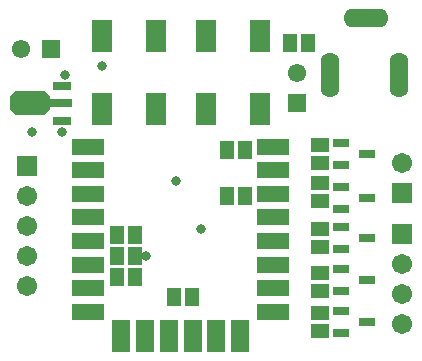
<source format=gts>
%FSDAX24Y24*%
%MOMM*%
%SFA1B1*%

%IPPOS*%
%AMD40*
4,1,8,1.701800,-0.525780,1.701800,0.525780,1.176020,1.051560,-1.176020,1.051560,-1.701800,0.525780,-1.701800,-0.525780,-1.176020,-1.051560,1.176020,-1.051560,1.701800,-0.525780,0.0*
%
%ADD35R,1.303274X1.603248*%
%ADD36R,1.703324X2.703068*%
%ADD37R,1.703324X2.703068*%
%ADD38R,1.353312X0.803148*%
%ADD39R,1.603248X1.303274*%
G04~CAMADD=40~4~0.0~0.0~828.0~1339.8~0.0~207.0~0~0.0~0.0~0.0~0.0~0~0.0~0.0~0.0~0.0~0~0.0~0.0~0.0~270.0~1340.0~828.0*
%ADD40D40*%
%ADD41R,1.603248X0.803148*%
%ADD42R,2.003298X0.803148*%
%ADD43R,2.743200X1.346200*%
%ADD44R,1.600200X2.743200*%
%ADD45C,1.553210*%
%ADD46R,1.553210X1.553210*%
%ADD47R,1.553210X1.553210*%
%ADD48C,1.703324*%
%ADD49R,1.703324X1.703324*%
%ADD50O,1.603248X3.803142*%
%ADD51O,3.803142X1.603248*%
%ADD52C,0.838200*%
%LNesp8266_amp_smd-1*%
%LPD*%
G54D35*
X240149Y262890D03*
X255150D03*
X186809Y133350D03*
X201810D03*
X186809Y172720D03*
X201810D03*
X094099Y100330D03*
X109100D03*
X157360Y048260D03*
X142359D03*
X094099Y082550D03*
X109100D03*
X094099Y064770D03*
X109100D03*
G54D36*
X168910Y207010D03*
Y269240D03*
X081280Y207010D03*
Y269240D03*
G54D37*
X214630Y207010D03*
Y269240D03*
X127000Y207010D03*
Y269240D03*
G54D38*
X305709Y132229D03*
X283210Y122730D03*
Y141729D03*
X305709Y169059D03*
X283210Y159560D03*
Y178559D03*
X305709Y097939D03*
X283210Y088440D03*
Y107439D03*
X305709Y026819D03*
X283210Y017320D03*
Y036319D03*
X305709Y062379D03*
X283210Y052880D03*
Y071879D03*
G54D39*
X265249Y161559D03*
Y176560D03*
Y019319D03*
Y034320D03*
Y129809D03*
Y144810D03*
Y090439D03*
Y105440D03*
Y053609D03*
Y068610D03*
G54D40*
X020210Y212090D03*
G54D41*
X047210Y227091D03*
Y197091D03*
G54D42*
X045209Y212090D03*
G54D43*
X069596Y175514D03*
Y155702D03*
Y135382D03*
Y115570D03*
Y095504D03*
X069342Y075438D03*
Y055626D03*
X225552Y035814D03*
Y075692D03*
Y095504D03*
Y115824D03*
Y135636D03*
Y155702D03*
Y175514D03*
X069342Y035560D03*
X225552Y055880D03*
G54D44*
X097536Y014986D03*
X117856D03*
X137668D03*
X157988D03*
X177800D03*
X197612D03*
G54D45*
X012700Y257810D03*
X246380Y237490D03*
G54D46*
X038100Y257810D03*
G54D47*
X246380Y212090D03*
G54D48*
X017780Y057150D03*
Y082550D03*
Y107950D03*
Y133350D03*
X335099Y161439D03*
Y025549D03*
Y050949D03*
Y076349D03*
G54D49*
X017780Y158750D03*
X335099Y136039D03*
Y101749D03*
G54D50*
X332209Y236220D03*
X274210D03*
G54D51*
X304210Y284220D03*
G54D52*
X049530Y236220D03*
X143510Y146050D03*
X118110Y082550D03*
X165100Y105410D03*
X186809Y133350D03*
Y172720D03*
X214630Y270510D03*
Y207010D03*
X021590Y187960D03*
X046990D03*
X081280Y207010D03*
Y243840D03*
X127000Y207010D03*
X168910D03*
X167640Y269240D03*
X127000D03*
M02*
</source>
